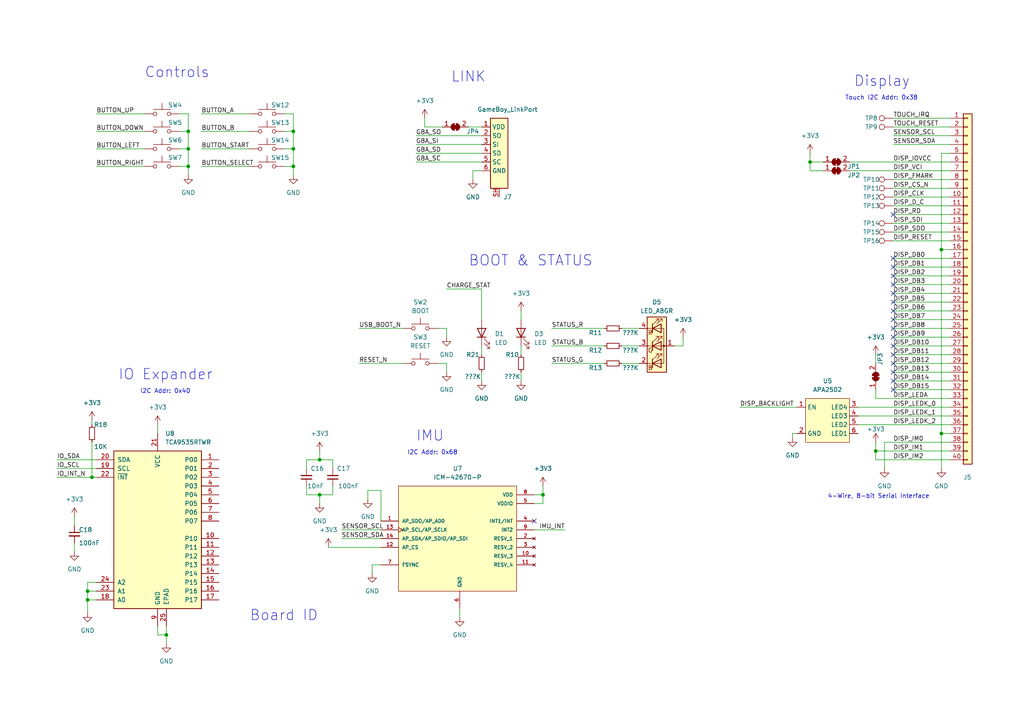
<source format=kicad_sch>
(kicad_sch (version 20230121) (generator eeschema)
  (paper "A4")
  (title_block (title "Kudzu") (rev "WIP5"))
  (lib_symbols
    (symbol "Connector:TestPoint" (pin_numbers hide) (pin_names (offset 0.762) hide)
      (property "Reference" "TP" (at 0 6.858 0))
      (property "Value" "TestPoint" (at 0 5.08 0))
      (symbol "TestPoint_0_1"
        (circle (center 0 3.302) (radius 0.762))
      )
      (symbol "TestPoint_1_1"
        (pin passive line (at 0 0 90) (length 2.54) (name "1") (number "1"))
      )
    )
    (symbol "Connector_Generic:Conn_01x02" (pin_names (offset 1.016) hide)
      (property "Reference" "J" (at 0 2.54 0))
      (property "Value" "Conn_01x02" (at 0 -5.08 0))
      (symbol "Conn_01x02_1_1"
        (rectangle (start -1.27 -2.413) (end 0 -2.667) (stroke (width 0.1524)))
        (rectangle (start -1.27 0.127) (end 0 -0.127) (stroke (width 0.1524)))
        (rectangle (start -1.27 1.27) (end 1.27 -3.81) (stroke (width 0.254)) (fill (type background)))
        (pin passive line (at -5.08 0 0) (length 3.81) (name "Pin_1") (number "1"))
        (pin passive line (at -5.08 -2.54 0) (length 3.81) (name "Pin_2") (number "2"))
      )
    )
    (symbol "Connector_Generic:Conn_01x40" (pin_names (offset 1.016) hide)
      (property "Reference" "J" (at 0 50.8 0))
      (property "Value" "Conn_01x40" (at 0 -53.34 0))
      (symbol "Conn_01x40_1_1"
        (rectangle (start -1.27 -50.673) (end 0 -50.927) (stroke (width 0.1524)))
        (rectangle (start -1.27 -48.133) (end 0 -48.387) (stroke (width 0.1524)))
        (rectangle (start -1.27 -45.593) (end 0 -45.847) (stroke (width 0.1524)))
        (rectangle (start -1.27 -43.053) (end 0 -43.307) (stroke (width 0.1524)))
        (rectangle (start -1.27 -40.513) (end 0 -40.767) (stroke (width 0.1524)))
        (rectangle (start -1.27 -37.973) (end 0 -38.227) (stroke (width 0.1524)))
        (rectangle (start -1.27 -35.433) (end 0 -35.687) (stroke (width 0.1524)))
        (rectangle (start -1.27 -32.893) (end 0 -33.147) (stroke (width 0.1524)))
        (rectangle (start -1.27 -30.353) (end 0 -30.607) (stroke (width 0.1524)))
        (rectangle (start -1.27 -27.813) (end 0 -28.067) (stroke (width 0.1524)))
        (rectangle (start -1.27 -25.273) (end 0 -25.527) (stroke (width 0.1524)))
        (rectangle (start -1.27 -22.733) (end 0 -22.987) (stroke (width 0.1524)))
        (rectangle (start -1.27 -20.193) (end 0 -20.447) (stroke (width 0.1524)))
        (rectangle (start -1.27 -17.653) (end 0 -17.907) (stroke (width 0.1524)))
        (rectangle (start -1.27 -15.113) (end 0 -15.367) (stroke (width 0.1524)))
        (rectangle (start -1.27 -12.573) (end 0 -12.827) (stroke (width 0.1524)))
        (rectangle (start -1.27 -10.033) (end 0 -10.287) (stroke (width 0.1524)))
        (rectangle (start -1.27 -7.493) (end 0 -7.747) (stroke (width 0.1524)))
        (rectangle (start -1.27 -4.953) (end 0 -5.207) (stroke (width 0.1524)))
        (rectangle (start -1.27 -2.413) (end 0 -2.667) (stroke (width 0.1524)))
        (rectangle (start -1.27 0.127) (end 0 -0.127) (stroke (width 0.1524)))
        (rectangle (start -1.27 2.667) (end 0 2.413) (stroke (width 0.1524)))
        (rectangle (start -1.27 5.207) (end 0 4.953) (stroke (width 0.1524)))
        (rectangle (start -1.27 7.747) (end 0 7.493) (stroke (width 0.1524)))
        (rectangle (start -1.27 10.287) (end 0 10.033) (stroke (width 0.1524)))
        (rectangle (start -1.27 12.827) (end 0 12.573) (stroke (width 0.1524)))
        (rectangle (start -1.27 15.367) (end 0 15.113) (stroke (width 0.1524)))
        (rectangle (start -1.27 17.907) (end 0 17.653) (stroke (width 0.1524)))
        (rectangle (start -1.27 20.447) (end 0 20.193) (stroke (width 0.1524)))
        (rectangle (start -1.27 22.987) (end 0 22.733) (stroke (width 0.1524)))
        (rectangle (start -1.27 25.527) (end 0 25.273) (stroke (width 0.1524)))
        (rectangle (start -1.27 28.067) (end 0 27.813) (stroke (width 0.1524)))
        (rectangle (start -1.27 30.607) (end 0 30.353) (stroke (width 0.1524)))
        (rectangle (start -1.27 33.147) (end 0 32.893) (stroke (width 0.1524)))
        (rectangle (start -1.27 35.687) (end 0 35.433) (stroke (width 0.1524)))
        (rectangle (start -1.27 38.227) (end 0 37.973) (stroke (width 0.1524)))
        (rectangle (start -1.27 40.767) (end 0 40.513) (stroke (width 0.1524)))
        (rectangle (start -1.27 43.307) (end 0 43.053) (stroke (width 0.1524)))
        (rectangle (start -1.27 45.847) (end 0 45.593) (stroke (width 0.1524)))
        (rectangle (start -1.27 48.387) (end 0 48.133) (stroke (width 0.1524)))
        (rectangle (start -1.27 49.53) (end 1.27 -52.07) (stroke (width 0.254)) (fill (type background)))
        (pin passive line (at -5.08 48.26 0) (length 3.81) (name "Pin_1") (number "1"))
        (pin passive line (at -5.08 25.4 0) (length 3.81) (name "Pin_10") (number "10"))
        (pin passive line (at -5.08 22.86 0) (length 3.81) (name "Pin_11") (number "11"))
        (pin passive line (at -5.08 20.32 0) (length 3.81) (name "Pin_12") (number "12"))
        (pin passive line (at -5.08 17.78 0) (length 3.81) (name "Pin_13") (number "13"))
        (pin passive line (at -5.08 15.24 0) (length 3.81) (name "Pin_14") (number "14"))
        (pin passive line (at -5.08 12.7 0) (length 3.81) (name "Pin_15") (number "15"))
        (pin passive line (at -5.08 10.16 0) (length 3.81) (name "Pin_16") (number "16"))
        (pin passive line (at -5.08 7.62 0) (length 3.81) (name "Pin_17") (number "17"))
        (pin passive line (at -5.08 5.08 0) (length 3.81) (name "Pin_18") (number "18"))
        (pin passive line (at -5.08 2.54 0) (length 3.81) (name "Pin_19") (number "19"))
        (pin passive line (at -5.08 45.72 0) (length 3.81) (name "Pin_2") (number "2"))
        (pin passive line (at -5.08 0 0) (length 3.81) (name "Pin_20") (number "20"))
        (pin passive line (at -5.08 -2.54 0) (length 3.81) (name "Pin_21") (number "21"))
        (pin passive line (at -5.08 -5.08 0) (length 3.81) (name "Pin_22") (number "22"))
        (pin passive line (at -5.08 -7.62 0) (length 3.81) (name "Pin_23") (number "23"))
        (pin passive line (at -5.08 -10.16 0) (length 3.81) (name "Pin_24") (number "24"))
        (pin passive line (at -5.08 -12.7 0) (length 3.81) (name "Pin_25") (number "25"))
        (pin passive line (at -5.08 -15.24 0) (length 3.81) (name "Pin_26") (number "26"))
        (pin passive line (at -5.08 -17.78 0) (length 3.81) (name "Pin_27") (number "27"))
        (pin passive line (at -5.08 -20.32 0) (length 3.81) (name "Pin_28") (number "28"))
        (pin passive line (at -5.08 -22.86 0) (length 3.81) (name "Pin_29") (number "29"))
        (pin passive line (at -5.08 43.18 0) (length 3.81) (name "Pin_3") (number "3"))
        (pin passive line (at -5.08 -25.4 0) (length 3.81) (name "Pin_30") (number "30"))
        (pin passive line (at -5.08 -27.94 0) (length 3.81) (name "Pin_31") (number "31"))
        (pin passive line (at -5.08 -30.48 0) (length 3.81) (name "Pin_32") (number "32"))
        (pin passive line (at -5.08 -33.02 0) (length 3.81) (name "Pin_33") (number "33"))
        (pin passive line (at -5.08 -35.56 0) (length 3.81) (name "Pin_34") (number "34"))
        (pin passive line (at -5.08 -38.1 0) (length 3.81) (name "Pin_35") (number "35"))
        (pin passive line (at -5.08 -40.64 0) (length 3.81) (name "Pin_36") (number "36"))
        (pin passive line (at -5.08 -43.18 0) (length 3.81) (name "Pin_37") (number "37"))
        (pin passive line (at -5.08 -45.72 0) (length 3.81) (name "Pin_38") (number "38"))
        (pin passive line (at -5.08 -48.26 0) (length 3.81) (name "Pin_39") (number "39"))
        (pin passive line (at -5.08 40.64 0) (length 3.81) (name "Pin_4") (number "4"))
        (pin passive line (at -5.08 -50.8 0) (length 3.81) (name "Pin_40") (number "40"))
        (pin passive line (at -5.08 38.1 0) (length 3.81) (name "Pin_5") (number "5"))
        (pin passive line (at -5.08 35.56 0) (length 3.81) (name "Pin_6") (number "6"))
        (pin passive line (at -5.08 33.02 0) (length 3.81) (name "Pin_7") (number "7"))
        (pin passive line (at -5.08 30.48 0) (length 3.81) (name "Pin_8") (number "8"))
        (pin passive line (at -5.08 27.94 0) (length 3.81) (name "Pin_9") (number "9"))
      )
    )
    (symbol "Device:C_Small" (pin_numbers hide) (pin_names (offset 0.254) hide)
      (property "Reference" "C" (at 0.254 1.778 0))
      (property "Value" "C_Small" (at 0.254 -2.032 0))
      (symbol "C_Small_0_1"
        (polyline (pts (xy -1.524 -0.508) (xy 1.524 -0.508)) (stroke (width 0.3302)))
        (polyline (pts (xy -1.524 0.508) (xy 1.524 0.508)) (stroke (width 0.3048)))
      )
      (symbol "C_Small_1_1"
        (pin passive line (at 0 2.54 270) (length 2.032) (name "~") (number "1"))
        (pin passive line (at 0 -2.54 90) (length 2.032) (name "~") (number "2"))
      )
    )
    (symbol "Device:LED" (pin_numbers hide) (pin_names (offset 1.016) hide)
      (property "Reference" "D" (at 0 2.54 0))
      (property "Value" "LED" (at 0 -2.54 0))
      (symbol "LED_0_1"
        (polyline (pts (xy -1.27 -1.27) (xy -1.27 1.27)) (stroke (width 0.254)))
        (polyline (pts (xy -1.27 0) (xy 1.27 0)))
        (polyline (pts (xy 1.27 -1.27) (xy 1.27 1.27) (xy -1.27 0) (xy 1.27 -1.27)) (stroke (width 0.254)))
        (polyline (pts (xy -3.048 -0.762) (xy -4.572 -2.286) (xy -3.81 -2.286) (xy -4.572 -2.286) (xy -4.572 -1.524)))
        (polyline (pts (xy -1.778 -0.762) (xy -3.302 -2.286) (xy -2.54 -2.286) (xy -3.302 -2.286) (xy -3.302 -1.524)))
      )
      (symbol "LED_1_1"
        (pin passive line (at -3.81 0 0) (length 2.54) (name "K") (number "1"))
        (pin passive line (at 3.81 0 180) (length 2.54) (name "A") (number "2"))
      )
    )
    (symbol "Device:LED_ABGR" (pin_names (offset 0) hide)
      (property "Reference" "D" (at 0 9.398 0))
      (property "Value" "LED_ABGR" (at 0 -8.89 0))
      (symbol "LED_ABGR_0_0"
        (text "B" (at -1.905 -6.35 0) (effects (font (size 1.27 1.27))))
        (text "G" (at -1.905 -1.27 0) (effects (font (size 1.27 1.27))))
        (text "R" (at -1.905 3.81 0) (effects (font (size 1.27 1.27))))
      )
      (symbol "LED_ABGR_0_1"
        (polyline (pts (xy -1.27 -5.08) (xy -2.54 -5.08)))
        (polyline (pts (xy -1.27 -5.08) (xy 1.27 -5.08)))
        (polyline (pts (xy -1.27 -3.81) (xy -1.27 -6.35)) (stroke (width 0.254)))
        (polyline (pts (xy -1.27 0) (xy -2.54 0)))
        (polyline (pts (xy -1.27 1.27) (xy -1.27 -1.27)) (stroke (width 0.254)))
        (polyline (pts (xy -1.27 5.08) (xy -2.54 5.08)))
        (polyline (pts (xy -1.27 5.08) (xy 1.27 5.08)))
        (polyline (pts (xy -1.27 6.35) (xy -1.27 3.81)) (stroke (width 0.254)))
        (polyline (pts (xy 1.27 0) (xy -1.27 0)))
        (polyline (pts (xy 1.27 0) (xy 2.54 0)))
        (polyline (pts (xy -1.27 1.27) (xy -1.27 -1.27) (xy -1.27 -1.27)))
        (polyline (pts (xy -1.27 6.35) (xy -1.27 3.81) (xy -1.27 3.81)))
        (polyline (pts (xy 1.27 -5.08) (xy 2.032 -5.08) (xy 2.032 5.08) (xy 1.27 5.08)))
        (polyline (pts (xy 1.27 -3.81) (xy 1.27 -6.35) (xy -1.27 -5.08) (xy 1.27 -3.81)) (stroke (width 0.254)))
        (polyline (pts (xy 1.27 1.27) (xy 1.27 -1.27) (xy -1.27 0) (xy 1.27 1.27)) (stroke (width 0.254)))
        (polyline (pts (xy 1.27 6.35) (xy 1.27 3.81) (xy -1.27 5.08) (xy 1.27 6.35)) (stroke (width 0.254)))
        (polyline (pts (xy -1.016 -3.81) (xy 0.508 -2.286) (xy -0.254 -2.286) (xy 0.508 -2.286) (xy 0.508 -3.048)))
        (polyline (pts (xy -1.016 1.27) (xy 0.508 2.794) (xy -0.254 2.794) (xy 0.508 2.794) (xy 0.508 2.032)))
        (polyline (pts (xy -1.016 6.35) (xy 0.508 7.874) (xy -0.254 7.874) (xy 0.508 7.874) (xy 0.508 7.112)))
        (polyline (pts (xy 0 -3.81) (xy 1.524 -2.286) (xy 0.762 -2.286) (xy 1.524 -2.286) (xy 1.524 -3.048)))
        (polyline (pts (xy 0 1.27) (xy 1.524 2.794) (xy 0.762 2.794) (xy 1.524 2.794) (xy 1.524 2.032)))
        (polyline (pts (xy 0 6.35) (xy 1.524 7.874) (xy 0.762 7.874) (xy 1.524 7.874) (xy 1.524 7.112)))
        (rectangle (start 1.27 -1.27) (end 1.27 1.27))
        (rectangle (start 1.27 1.27) (end 1.27 1.27))
        (rectangle (start 1.27 3.81) (end 1.27 6.35))
        (rectangle (start 1.27 6.35) (end 1.27 6.35))
        (circle (center 2.032 0) (radius 0.254) (fill (type outline)))
        (rectangle (start 2.794 8.382) (end -2.794 -7.62) (stroke (width 0.254)) (fill (type background)))
      )
      (symbol "LED_ABGR_1_1"
        (pin passive line (at 5.08 0 180) (length 2.54) (name "A") (number "1"))
        (pin passive line (at -5.08 -5.08 0) (length 2.54) (name "BK") (number "2"))
        (pin passive line (at -5.08 0 0) (length 2.54) (name "GK") (number "3"))
        (pin passive line (at -5.08 5.08 0) (length 2.54) (name "RK") (number "4"))
      )
    )
    (symbol "Device:R_Small" (pin_numbers hide) (pin_names (offset 0.254) hide)
      (property "Reference" "R" (at 0.762 0.508 0))
      (property "Value" "R_Small" (at 0.762 -1.016 0))
      (symbol "R_Small_0_1"
        (rectangle (start -0.762 1.778) (end 0.762 -1.778) (stroke (width 0.2032)))
      )
      (symbol "R_Small_1_1"
        (pin passive line (at 0 2.54 270) (length 0.762) (name "~") (number "1"))
        (pin passive line (at 0 -2.54 90) (length 0.762) (name "~") (number "2"))
      )
    )
    (symbol "Gekkio_Connector_Specialized:GameBoy_LinkPort"
      (property "Reference" "J" (at 0 13.97 0))
      (property "Value" "GameBoy_LinkPort" (at 0 11.43 0))
      (symbol "GameBoy_LinkPort_0_1"
        (rectangle (start -2.54 10.16) (end 2.54 -10.16) (stroke (width 0.254)) (fill (type background)))
      )
      (symbol "GameBoy_LinkPort_1_1"
        (pin passive line (at -5.08 7.62 0) (length 2.54) (name "VDD") (number "1"))
        (pin passive line (at -5.08 5.08 0) (length 2.54) (name "SO") (number "2"))
        (pin passive line (at -5.08 2.54 0) (length 2.54) (name "SI") (number "3"))
        (pin passive line (at -5.08 0 0) (length 2.54) (name "SD") (number "4"))
        (pin passive line (at -5.08 -2.54 0) (length 2.54) (name "SC") (number "5"))
        (pin passive line (at -5.08 -5.08 0) (length 2.54) (name "GND") (number "6"))
        (pin passive line (at 0 -12.7 90) (length 2.54) (name "~") (number "SH"))
      )
    )
    (symbol "Interface_Expansion:TCA9535RTWR" (pin_names (offset 1.016))
      (property "Reference" "U" (at -11.43 24.13 0))
      (property "Value" "TCA9535RTWR" (at 0 0 0))
      (symbol "TCA9535RTWR_0_1"
        (rectangle (start -12.7 22.86) (end 12.7 -22.86) (stroke (width 0.254)) (fill (type background)))
      )
      (symbol "TCA9535RTWR_1_1"
        (pin bidirectional line (at 17.78 20.32 180) (length 5.08) (name "P00") (number "1"))
        (pin bidirectional line (at 17.78 -2.54 180) (length 5.08) (name "P10") (number "10"))
        (pin bidirectional line (at 17.78 -5.08 180) (length 5.08) (name "P11") (number "11"))
        (pin bidirectional line (at 17.78 -7.62 180) (length 5.08) (name "P12") (number "12"))
        (pin bidirectional line (at 17.78 -10.16 180) (length 5.08) (name "P13") (number "13"))
        (pin bidirectional line (at 17.78 -12.7 180) (length 5.08) (name "P14") (number "14"))
        (pin bidirectional line (at 17.78 -15.24 180) (length 5.08) (name "P15") (number "15"))
        (pin bidirectional line (at 17.78 -17.78 180) (length 5.08) (name "P16") (number "16"))
        (pin bidirectional line (at 17.78 -20.32 180) (length 5.08) (name "P17") (number "17"))
        (pin input line (at -17.78 -20.32 0) (length 5.08) (name "A0") (number "18"))
        (pin input line (at -17.78 17.78 0) (length 5.08) (name "SCL") (number "19"))
        (pin bidirectional line (at 17.78 17.78 180) (length 5.08) (name "P01") (number "2"))
        (pin bidirectional line (at -17.78 20.32 0) (length 5.08) (name "SDA") (number "20"))
        (pin power_in line (at 0 27.94 270) (length 5.08) (name "VCC") (number "21"))
        (pin open_collector line (at -17.78 15.24 0) (length 5.08) (name "~{INT}") (number "22"))
        (pin input line (at -17.78 -17.78 0) (length 5.08) (name "A1") (number "23"))
        (pin input line (at -17.78 -15.24 0) (length 5.08) (name "A2") (number "24"))
        (pin input line (at 2.54 -27.94 90) (length 5.08) (name "EPAD") (number "25"))
        (pin bidirectional line (at 17.78 15.24 180) (length 5.08) (name "P02") (number "3"))
        (pin bidirectional line (at 17.78 12.7 180) (length 5.08) (name "P03") (number "4"))
        (pin bidirectional line (at 17.78 10.16 180) (length 5.08) (name "P04") (number "5"))
        (pin bidirectional line (at 17.78 7.62 180) (length 5.08) (name "P05") (number "6"))
        (pin bidirectional line (at 17.78 5.08 180) (length 5.08) (name "P06") (number "7"))
        (pin bidirectional line (at 17.78 2.54 180) (length 5.08) (name "P07") (number "8"))
        (pin power_in line (at 0 -27.94 90) (length 5.08) (name "GND") (number "9"))
      )
    )
    (symbol "Jumper:SolderJumper_2_Bridged" (pin_names (offset 0) hide)
      (property "Reference" "JP" (at 0 2.032 0))
      (property "Value" "SolderJumper_2_Bridged" (at 0 -2.54 0))
      (symbol "SolderJumper_2_Bridged_0_1"
        (rectangle (start -0.508 0.508) (end 0.508 -0.508) (fill (type outline)))
        (arc (start -0.254 1.016) (mid -1.2656 0) (end -0.254 -1.016))
        (arc (start -0.254 1.016) (mid -1.2656 0) (end -0.254 -1.016) (fill (type outline)))
        (polyline (pts (xy -0.254 1.016) (xy -0.254 -1.016)))
        (polyline (pts (xy 0.254 1.016) (xy 0.254 -1.016)))
        (arc (start 0.254 -1.016) (mid 1.2656 0) (end 0.254 1.016))
        (arc (start 0.254 -1.016) (mid 1.2656 0) (end 0.254 1.016) (fill (type outline)))
      )
      (symbol "SolderJumper_2_Bridged_1_1"
        (pin passive line (at -3.81 0 0) (length 2.54) (name "A") (number "1"))
        (pin passive line (at 3.81 0 180) (length 2.54) (name "B") (number "2"))
      )
    )
    (symbol "Rust_Board:ICM-42670-P" (pin_names (offset 1.016))
      (property "Reference" "U" (at 13.97 16.51 0))
      (property "Value" "ICM-42670-P" (at 2.54 -17.78 0))
      (symbol "ICM-42670-P_0_0"
        (pin bidirectional line (at -22.86 5.08 0) (length 5.08) (name "AP_SDO/AP_AD0") (number "1"))
        (pin no_connect line (at 21.59 -5.08 180) (length 5.08) (name "RESV_3") (number "10"))
        (pin no_connect line (at 21.59 -7.62 180) (length 5.08) (name "RESV_4") (number "11"))
        (pin input line (at -22.86 -2.54 0) (length 5.08) (name "AP_CS") (number "12"))
        (pin input clock (at -22.86 2.54 0) (length 5.08) (name "AP_SCL/AP_SCLK") (number "13"))
        (pin bidirectional line (at -22.86 0 0) (length 5.08) (name "AP_SDA/AP_SDIO/AP_SDI") (number "14"))
        (pin no_connect line (at 21.59 0 180) (length 5.08) (name "RESV_1") (number "2"))
        (pin no_connect line (at 21.59 -2.54 180) (length 5.08) (name "RESV_2") (number "3"))
        (pin output line (at 21.59 5.08 180) (length 5.08) (name "INT1/INT") (number "4"))
        (pin power_in line (at 21.59 10.16 180) (length 5.08) (name "VDDIO") (number "5"))
        (pin power_in line (at 0 -20.32 90) (length 5.08) (name "GND") (number "6"))
        (pin input line (at -22.86 -7.62 0) (length 5.08) (name "FSYNC") (number "7"))
        (pin power_in line (at 21.59 12.7 180) (length 5.08) (name "VDD") (number "8"))
        (pin output line (at 21.59 2.54 180) (length 5.08) (name "INT2") (number "9"))
      )
      (symbol "ICM-42670-P_1_1"
        (rectangle (start -17.78 15.24) (end 16.51 -15.24) (fill (type background)))
      )
    )
    (symbol "Switch:SW_Push" (pin_numbers hide) (pin_names (offset 1.016) hide)
      (property "Reference" "SW" (at 1.27 2.54 0))
      (property "Value" "SW_Push" (at 0 -1.524 0))
      (symbol "SW_Push_0_1"
        (circle (center -2.032 0) (radius 0.508))
        (polyline (pts (xy 0 1.27) (xy 0 3.048)))
        (polyline (pts (xy 2.54 1.27) (xy -2.54 1.27)))
        (circle (center 2.032 0) (radius 0.508))
        (pin passive line (at -5.08 0 0) (length 2.54) (name "1") (number "1"))
        (pin passive line (at 5.08 0 180) (length 2.54) (name "2") (number "2"))
      )
    )
    (symbol "kudzu-parts:AP2502"
      (property "Reference" "U" (at 0 0 0))
      (property "Value" "APA2502" (at 0 0 0))
      (symbol "AP2502_1_1"
        (rectangle (start -5.08 6.35) (end 7.62 -6.35) (fill (type background)))
        (pin input line (at -7.62 3.81 0) (length 2.54) (name "EN") (number "1"))
        (pin power_in line (at -7.62 -3.81 0) (length 2.54) (name "GND") (number "2"))
        (pin bidirectional line (at 10.16 3.81 180) (length 2.54) (name "LED4") (number "3"))
        (pin bidirectional line (at 10.16 1.27 180) (length 2.54) (name "LED3") (number "4"))
        (pin bidirectional line (at 10.16 -1.27 180) (length 2.54) (name "LED2") (number "5"))
        (pin bidirectional line (at 10.16 -3.81 180) (length 2.54) (name "LED1") (number "6"))
      )
    )
    (symbol "power:+3V3" (power) (pin_names (offset 0))
      (property "Value" "+3V3" (at 0 3.556 0))
      (symbol "+3V3_0_1"
        (polyline (pts (xy -0.762 1.27) (xy 0 2.54)))
        (polyline (pts (xy 0 0) (xy 0 2.54)))
        (polyline (pts (xy 0 2.54) (xy 0.762 1.27)))
      )
      (symbol "+3V3_1_1"
        (pin power_in line (at 0 0 90) (length 0) hide (name "+3V3") (number "1"))
      )
    )
    (symbol "power:GND" (power) (pin_names (offset 0))
      (property "Value" "GND" (at 0 -3.81 0))
      (symbol "GND_0_1"
        (polyline (pts (xy 0 0) (xy 0 -1.27) (xy 1.27 -1.27) (xy 0 -2.54) (xy -1.27 -1.27) (xy 0 -1.27)))
      )
      (symbol "GND_1_1"
        (pin power_in line (at 0 0 270) (length 0) hide (name "GND") (number "1"))
      )
    )
  )
  (junction (at 26.67 138.43))
  (junction (at 25.4 171.45))
  (junction (at 54.61 38.1))
  (junction (at 234.95 46.99))
  (junction (at 92.71 143.51))
  (junction (at 85.09 38.1))
  (junction (at 54.61 43.18))
  (junction (at 273.05 72.39))
  (junction (at 85.09 43.18))
  (junction (at 48.26 184.15))
  (junction (at 273.05 125.73))
  (junction (at 25.4 173.99))
  (junction (at 54.61 48.26))
  (junction (at 85.09 48.26))
  (junction (at 157.48 143.51))
  (junction (at 254 130.81))
  (junction (at 92.71 133.35))
  (no_connect (at 154.94 151.13))
  (no_connect (at 259.08 102.87))
  (no_connect (at 259.08 92.71))
  (no_connect (at 259.08 82.55))
  (no_connect (at 259.08 87.63))
  (no_connect (at 259.08 113.03))
  (no_connect (at 259.08 74.93))
  (no_connect (at 259.08 62.23))
  (no_connect (at 259.08 110.49))
  (no_connect (at 259.08 107.95))
  (no_connect (at 259.08 77.47))
  (no_connect (at 259.08 80.01))
  (no_connect (at 259.08 100.33))
  (no_connect (at 259.08 105.41))
  (no_connect (at 259.08 90.17))
  (no_connect (at 259.08 95.25))
  (no_connect (at 259.08 85.09))
  (no_connect (at 259.08 97.79))
  (wire (pts (xy 139.7 49.53) (xy 137.16 49.53)))
  (wire (pts (xy 259.08 97.79) (xy 275.59 97.79)))
  (wire (pts (xy 54.61 33.02) (xy 54.61 38.1)))
  (wire (pts (xy 157.48 140.97) (xy 157.48 143.51)))
  (wire (pts (xy 231.14 125.73) (xy 229.87 125.73)))
  (wire (pts (xy 110.49 151.13) (xy 110.49 142.24)))
  (wire (pts (xy 259.08 74.93) (xy 275.59 74.93)))
  (wire (pts (xy 259.08 54.61) (xy 275.59 54.61)))
  (wire (pts (xy 88.9 133.35) (xy 88.9 135.89)))
  (wire (pts (xy 259.08 39.37) (xy 275.59 39.37)))
  (wire (pts (xy 27.94 38.1) (xy 41.91 38.1)))
  (wire (pts (xy 25.4 168.91) (xy 25.4 171.45)))
  (wire (pts (xy 259.08 57.15) (xy 275.59 57.15)))
  (wire (pts (xy 248.92 118.11) (xy 275.59 118.11)))
  (wire (pts (xy 185.42 95.25) (xy 180.34 95.25)))
  (wire (pts (xy 259.08 92.71) (xy 275.59 92.71)))
  (wire (pts (xy 27.94 48.26) (xy 41.91 48.26)))
  (wire (pts (xy 259.08 105.41) (xy 275.59 105.41)))
  (wire (pts (xy 273.05 125.73) (xy 275.59 125.73)))
  (wire (pts (xy 92.71 130.81) (xy 92.71 133.35)))
  (wire (pts (xy 151.13 90.17) (xy 151.13 92.71)))
  (wire (pts (xy 154.94 153.67) (xy 163.83 153.67)))
  (wire (pts (xy 259.08 80.01) (xy 275.59 80.01)))
  (wire (pts (xy 25.4 173.99) (xy 27.94 173.99)))
  (wire (pts (xy 123.19 34.29) (xy 123.19 36.83)))
  (wire (pts (xy 273.05 44.45) (xy 273.05 72.39)))
  (wire (pts (xy 259.08 90.17) (xy 275.59 90.17)))
  (wire (pts (xy 133.35 176.53) (xy 133.35 179.07)))
  (wire (pts (xy 246.38 46.99) (xy 275.59 46.99)))
  (wire (pts (xy 273.05 44.45) (xy 275.59 44.45)))
  (wire (pts (xy 254 133.35) (xy 275.59 133.35)))
  (wire (pts (xy 58.42 43.18) (xy 72.39 43.18)))
  (wire (pts (xy 92.71 133.35) (xy 96.52 133.35)))
  (wire (pts (xy 229.87 125.73) (xy 229.87 127)))
  (wire (pts (xy 82.55 33.02) (xy 85.09 33.02)))
  (wire (pts (xy 110.49 163.83) (xy 107.95 163.83)))
  (wire (pts (xy 259.08 69.85) (xy 275.59 69.85)))
  (wire (pts (xy 120.65 39.37) (xy 139.7 39.37)))
  (wire (pts (xy 198.12 97.79) (xy 198.12 100.33)))
  (wire (pts (xy 254 113.03) (xy 254 115.57)))
  (wire (pts (xy 175.26 95.25) (xy 160.02 95.25)))
  (wire (pts (xy 95.25 158.75) (xy 110.49 158.75)))
  (wire (pts (xy 259.08 107.95) (xy 275.59 107.95)))
  (wire (pts (xy 85.09 38.1) (xy 85.09 43.18)))
  (wire (pts (xy 26.67 128.27) (xy 26.67 138.43)))
  (wire (pts (xy 273.05 72.39) (xy 275.59 72.39)))
  (wire (pts (xy 259.08 85.09) (xy 275.59 85.09)))
  (wire (pts (xy 88.9 133.35) (xy 92.71 133.35)))
  (wire (pts (xy 54.61 38.1) (xy 54.61 43.18)))
  (wire (pts (xy 259.08 59.69) (xy 275.59 59.69)))
  (wire (pts (xy 45.72 123.19) (xy 45.72 125.73)))
  (wire (pts (xy 58.42 48.26) (xy 72.39 48.26)))
  (wire (pts (xy 25.4 171.45) (xy 27.94 171.45)))
  (wire (pts (xy 259.08 64.77) (xy 275.59 64.77)))
  (wire (pts (xy 254 115.57) (xy 275.59 115.57)))
  (wire (pts (xy 54.61 48.26) (xy 54.61 50.8)))
  (wire (pts (xy 110.49 142.24) (xy 106.68 142.24)))
  (wire (pts (xy 135.89 36.83) (xy 139.7 36.83)))
  (wire (pts (xy 96.52 143.51) (xy 96.52 140.97)))
  (wire (pts (xy 120.65 44.45) (xy 139.7 44.45)))
  (wire (pts (xy 27.94 168.91) (xy 25.4 168.91)))
  (wire (pts (xy 259.08 34.29) (xy 275.59 34.29)))
  (wire (pts (xy 106.68 142.24) (xy 106.68 144.78)))
  (wire (pts (xy 254 130.81) (xy 275.59 130.81)))
  (wire (pts (xy 234.95 46.99) (xy 234.95 44.45)))
  (wire (pts (xy 99.06 153.67) (xy 110.49 153.67)))
  (wire (pts (xy 198.12 100.33) (xy 195.58 100.33)))
  (wire (pts (xy 248.92 120.65) (xy 275.59 120.65)))
  (wire (pts (xy 273.05 72.39) (xy 273.05 125.73)))
  (wire (pts (xy 129.54 95.25) (xy 129.54 97.79)))
  (wire (pts (xy 16.51 138.43) (xy 26.67 138.43)))
  (wire (pts (xy 214.63 118.11) (xy 231.14 118.11)))
  (wire (pts (xy 234.95 46.99) (xy 238.76 46.99)))
  (wire (pts (xy 259.08 110.49) (xy 275.59 110.49)))
  (wire (pts (xy 54.61 43.18) (xy 54.61 48.26)))
  (wire (pts (xy 92.71 143.51) (xy 96.52 143.51)))
  (wire (pts (xy 25.4 171.45) (xy 25.4 173.99)))
  (wire (pts (xy 25.4 173.99) (xy 25.4 177.8)))
  (wire (pts (xy 185.42 100.33) (xy 180.34 100.33)))
  (wire (pts (xy 45.72 181.61) (xy 45.72 184.15)))
  (wire (pts (xy 151.13 107.95) (xy 151.13 110.49)))
  (wire (pts (xy 175.26 105.41) (xy 160.02 105.41)))
  (wire (pts (xy 259.08 77.47) (xy 275.59 77.47)))
  (wire (pts (xy 85.09 48.26) (xy 85.09 50.8)))
  (wire (pts (xy 58.42 38.1) (xy 72.39 38.1)))
  (wire (pts (xy 92.71 143.51) (xy 88.9 143.51)))
  (wire (pts (xy 104.14 105.41) (xy 116.84 105.41)))
  (wire (pts (xy 248.92 123.19) (xy 275.59 123.19)))
  (wire (pts (xy 234.95 49.53) (xy 238.76 49.53)))
  (wire (pts (xy 259.08 102.87) (xy 275.59 102.87)))
  (wire (pts (xy 273.05 125.73) (xy 273.05 135.89)))
  (wire (pts (xy 21.59 157.48) (xy 21.59 160.02)))
  (wire (pts (xy 154.94 146.05) (xy 157.48 146.05)))
  (wire (pts (xy 139.7 100.33) (xy 139.7 102.87)))
  (wire (pts (xy 259.08 36.83) (xy 275.59 36.83)))
  (wire (pts (xy 52.07 48.26) (xy 54.61 48.26)))
  (wire (pts (xy 259.08 87.63) (xy 275.59 87.63)))
  (wire (pts (xy 139.7 92.71) (xy 139.7 83.82)))
  (wire (pts (xy 157.48 143.51) (xy 157.48 146.05)))
  (wire (pts (xy 26.67 138.43) (xy 27.94 138.43)))
  (wire (pts (xy 160.02 100.33) (xy 175.26 100.33)))
  (wire (pts (xy 259.08 113.03) (xy 275.59 113.03)))
  (wire (pts (xy 259.08 82.55) (xy 275.59 82.55)))
  (wire (pts (xy 256.54 128.27) (xy 275.59 128.27)))
  (wire (pts (xy 82.55 38.1) (xy 85.09 38.1)))
  (wire (pts (xy 58.42 33.02) (xy 72.39 33.02)))
  (wire (pts (xy 16.51 133.35) (xy 27.94 133.35)))
  (wire (pts (xy 137.16 49.53) (xy 137.16 52.07)))
  (wire (pts (xy 99.06 156.21) (xy 110.49 156.21)))
  (wire (pts (xy 26.67 121.92) (xy 26.67 123.19)))
  (wire (pts (xy 52.07 33.02) (xy 54.61 33.02)))
  (wire (pts (xy 52.07 38.1) (xy 54.61 38.1)))
  (wire (pts (xy 154.94 143.51) (xy 157.48 143.51)))
  (wire (pts (xy 45.72 184.15) (xy 48.26 184.15)))
  (wire (pts (xy 129.54 105.41) (xy 129.54 107.95)))
  (wire (pts (xy 254 128.27) (xy 254 130.81)))
  (wire (pts (xy 139.7 107.95) (xy 139.7 110.49)))
  (wire (pts (xy 151.13 100.33) (xy 151.13 102.87)))
  (wire (pts (xy 107.95 163.83) (xy 107.95 166.37)))
  (wire (pts (xy 259.08 95.25) (xy 275.59 95.25)))
  (wire (pts (xy 120.65 41.91) (xy 139.7 41.91)))
  (wire (pts (xy 16.51 135.89) (xy 27.94 135.89)))
  (wire (pts (xy 27.94 43.18) (xy 41.91 43.18)))
  (wire (pts (xy 129.54 83.82) (xy 139.7 83.82)))
  (wire (pts (xy 185.42 105.41) (xy 180.34 105.41)))
  (wire (pts (xy 256.54 128.27) (xy 256.54 135.89)))
  (wire (pts (xy 21.59 149.86) (xy 21.59 152.4)))
  (wire (pts (xy 127 95.25) (xy 129.54 95.25)))
  (wire (pts (xy 52.07 43.18) (xy 54.61 43.18)))
  (wire (pts (xy 254 102.87) (xy 254 105.41)))
  (wire (pts (xy 127 105.41) (xy 129.54 105.41)))
  (wire (pts (xy 85.09 33.02) (xy 85.09 38.1)))
  (wire (pts (xy 259.08 41.91) (xy 275.59 41.91)))
  (wire (pts (xy 259.08 52.07) (xy 275.59 52.07)))
  (wire (pts (xy 259.08 67.31) (xy 275.59 67.31)))
  (wire (pts (xy 128.27 36.83) (xy 123.19 36.83)))
  (wire (pts (xy 254 133.35) (xy 254 130.81)))
  (wire (pts (xy 104.14 95.25) (xy 116.84 95.25)))
  (wire (pts (xy 246.38 49.53) (xy 275.59 49.53)))
  (wire (pts (xy 259.08 100.33) (xy 275.59 100.33)))
  (wire (pts (xy 82.55 48.26) (xy 85.09 48.26)))
  (wire (pts (xy 259.08 62.23) (xy 275.59 62.23)))
  (wire (pts (xy 92.71 143.51) (xy 92.71 146.05)))
  (wire (pts (xy 234.95 49.53) (xy 234.95 46.99)))
  (wire (pts (xy 96.52 133.35) (xy 96.52 135.89)))
  (wire (pts (xy 120.65 46.99) (xy 139.7 46.99)))
  (wire (pts (xy 82.55 43.18) (xy 85.09 43.18)))
  (wire (pts (xy 85.09 43.18) (xy 85.09 48.26)))
  (wire (pts (xy 48.26 181.61) (xy 48.26 184.15)))
  (wire (pts (xy 88.9 143.51) (xy 88.9 140.97)))
  (wire (pts (xy 48.26 184.15) (xy 48.26 186.69)))
  (wire (pts (xy 27.94 33.02) (xy 41.91 33.02)))
  (text "I2C Addr: 0x68" (at 118.11 132.08 0) (effects (font (size 1.27 1.27)) (justify left bottom)))
  (text "4-Wire, 8-bit Serial Interface" (at 240.03 144.78 0) (effects (font (size 1.27 1.27)) (justify left bottom)))
  (text "SPEAKER\n" (at 177.8 -40.64 0) (effects (font (size 3 3)) (justify left bottom)))
  (text "Display\n" (at 247.65 25.4 0) (effects (font (size 3 3)) (justify left bottom)))
  (text "Board ID" (at 72.39 180.34 0) (effects (font (size 3 3)) (justify left bottom)))
  (text "Touch I2C Addr: 0x38" (at 245.11 29.21 0) (effects (font (size 1.27 1.27)) (justify left bottom)))
  (text "IMU" (at 120.65 128.27 0) (effects (font (size 3 3)) (justify left bottom)))
  (text "Controls\n" (at 41.91 22.86 0) (effects (font (size 3 3)) (justify left bottom)))
  (text "IO Expander\n" (at 34.29 110.49 0) (effects (font (size 3 3)) (justify left bottom)))
  (text "LINK" (at 130.81 24.13 0) (effects (font (size 3 3)) (justify left bottom)))
  (text "BOOT & STATUS" (at 135.89 77.47 0) (effects (font (size 3 3)) (justify left bottom)))
  (text "I2C Addr: 0x40\n" (at 40.64 114.3 0) (effects (font (size 1.27 1.27)) (justify left bottom)))
  (label "DISP_DB4" (at 259.08 85.09 0))
  (label "STATUS_G" (at 160.02 105.41 0))
  (label "DISP_CS_N" (at 259.08 54.61 0))
  (label "BUTTON_A" (at 58.42 33.02 0))
  (label "BUTTON_UP" (at 27.94 33.02 0))
  (label "DISP_RD" (at 259.08 62.23 0))
  (label "DISP_IOVCC" (at 259.08 46.99 0))
  (label "DISP_LEDA" (at 259.08 115.57 0))
  (label "IO_SCL" (at 16.51 135.89 0))
  (label "DISP_DB12" (at 259.08 105.41 0))
  (label "GBA_SD" (at 120.65 44.45 0))
  (label "DISP_DB3" (at 259.08 82.55 0))
  (label "BUTTON_LEFT" (at 27.94 43.18 0))
  (label "DISP_SDI" (at 259.08 64.77 0))
  (label "DISP_CLK" (at 259.08 57.15 0))
  (label "DISP_DB7" (at 259.08 92.71 0))
  (label "BUTTON_SELECT" (at 58.42 48.26 0))
  (label "DISP_VCI" (at 259.08 49.53 0))
  (label "GBA_SC" (at 120.65 46.99 0))
  (label "DISP_DB9" (at 259.08 97.79 0))
  (label "SENSOR_SDA" (at 259.08 41.91 0))
  (label "DISP_DB14" (at 259.08 110.49 0))
  (label "DISP_DB10" (at 259.08 100.33 0))
  (label "DISP_DB6" (at 259.08 90.17 0))
  (label "DISP_DB13" (at 259.08 107.95 0))
  (label "DISP_IM0" (at 259.08 128.27 0))
  (label "DISP_D_C" (at 259.08 59.69 0))
  (label "DISP_DB1" (at 259.08 77.47 0))
  (label "BUTTON_DOWN" (at 27.94 38.1 0))
  (label "DISP_LEDK_0" (at 259.08 118.11 0))
  (label "SENSOR_SDA" (at 99.06 156.21 0))
  (label "SENSOR_SCL" (at 99.06 153.67 0))
  (label "DISP_RESET" (at 259.08 69.85 0))
  (label "DISP_IM2" (at 259.08 133.35 0))
  (label "IO_INT_N" (at 16.51 138.43 0))
  (label "GBA_SI" (at 120.65 41.91 0))
  (label "DISP_DB2" (at 259.08 80.01 0))
  (label "DISP_DB8" (at 259.08 95.25 0))
  (label "DISP_BACKLIGHT" (at 214.63 118.11 0))
  (label "RESET_N" (at 104.14 105.41 0))
  (label "TOUCH_RESET" (at 259.08 36.83 0))
  (label "TOUCH_IRQ" (at 259.08 34.29 0))
  (label "DISP_DB15" (at 259.08 113.03 0))
  (label "GBA_SO" (at 120.65 39.37 0))
  (label "DISP_DB5" (at 259.08 87.63 0))
  (label "DISP_LEDK_1" (at 259.08 120.65 0))
  (label "USB_BOOT_N" (at 104.14 95.25 0))
  (label "STATUS_R" (at 160.02 95.25 0))
  (label "IO_SDA" (at 16.51 133.35 0))
  (label "SENSOR_SCL" (at 259.08 39.37 0))
  (label "DISP_LEDK_2" (at 259.08 123.19 0))
  (label "DISP_SDO" (at 259.08 67.31 0))
  (label "DISP_FMARK" (at 259.08 52.07 0))
  (label "DISP_IM1" (at 259.08 130.81 0))
  (label "BUTTON_START" (at 58.42 43.18 0))
  (label "DISP_DB11" (at 259.08 102.87 0))
  (label "BUTTON_RIGHT" (at 27.94 48.26 0))
  (label "IMU_INT" (at 163.83 153.67 180))
  (label "STATUS_B" (at 160.02 100.33 0))
  (label "BUTTON_B" (at 58.42 38.1 0))
  (label "DISP_DB0" (at 259.08 74.93 0))
  (label "CHARGE_STAT" (at 129.54 83.82 0))
  (symbol (lib_id "power:GND") (at 256.54 135.89 0) (unit 1)
    (property "Reference" "#PWR043" (effects hide))
    (property "Value" "GND" (at 256.54 140.97 0))
    (instances (project "kudzu" (path "" (reference "#PWR043") (unit 1)) (path "" (reference "#PWR075") (unit 1))))
  )
  (symbol (lib_id "Connector:TestPoint") (at 259.08 59.69 90) (unit 1)
    (property "Reference" "TP13" (at 252.73 59.69 90))
    (property "Value" "RUN" (effects hide))
  )
  (symbol (lib_id "Switch:SW_Push") (at 121.92 95.25 0) (unit 1)
    (property "Reference" "SW2" (at 121.92 87.63 0))
    (property "Value" "BOOT" (at 121.92 90.17 0))
  )
  (symbol (lib_id "Rust_Board:ICM-42670-P") (at 133.35 156.21 0) (unit 1)
    (property "Reference" "U7" (at 132.715 135.89 0))
    (property "Value" "ICM-42670-P" (at 132.715 138.43 0))
    (property "Footprint" "IC_ICM-42670-P" (effects hide))
    (property "MAXIMUM_PACKAGE_HEIGHT" "0.81mm" (effects hide))
    (property "MANUFACTURER" "TDK InvenSense" (effects hide))
    (property "PARTREV" "1.0" (effects hide))
    (property "STANDARD" "Manufacturer Recommendations" (effects hide))
  )
  (symbol (lib_id "power:+3V3") (at 151.13 90.17 0) (unit 1)
    (property "Reference" "#PWR054" (effects hide))
    (property "Value" "+3V3" (at 151.13 85.09 0))
    (instances (project "kudzu" (path "" (reference "#PWR054") (unit 1)) (path "" (reference "#PWR063") (unit 1))))
  )
  (symbol (lib_id "Interface_Expansion:TCA9535RTWR") (at 45.72 153.67 0) (unit 1)
    (property "Reference" "U8" (at 47.9141 125.73 0) (effects (justify left)))
    (property "Value" "TCA9535RTWR" (at 47.9141 128.27 0) (effects (justify left)))
    (property "Footprint" "Package_DFN_QFN:WQFN-24-1EP_4x4mm_P0.5mm_EP2.45x2.45mm" (effects hide))
    (property "Datasheet" "http://www.ti.com/lit/ds/symlink/tca9535.pdf" (effects hide))
    (instances (project "kudzu" (path "" (reference "U8") (unit 1)) (path "" (reference "U5") (unit 1))))
  )
  (symbol (lib_id "Connector:TestPoint") (at 259.08 52.07 90) (unit 1)
    (property "Reference" "TP10" (at 252.73 52.07 90))
    (property "Value" "RUN" (effects hide))
  )
  (symbol (lib_id "Switch:SW_Push") (at 77.47 48.26 0) (unit 1)
    (property "Reference" "SW15" (at 81.28 45.72 0))
    (property "Value" "SELECT" (effects hide))
    (instances (project "kudzu" (path "" (reference "SW15") (unit 1)) (path "" (reference "SW11") (unit 1))))
  )
  (symbol (lib_id "power:+3V3") (at 254 102.87 0) (unit 1)
    (property "Reference" "#PWR041" (effects hide))
    (property "Value" "+3V3" (at 254 97.79 0))
    (instances (project "kudzu" (path "" (reference "#PWR041") (unit 1)) (path "" (reference "#PWR073") (unit 1))))
  )
  (symbol (lib_id "Switch:SW_Push") (at 77.47 38.1 0) (unit 1)
    (property "Reference" "SW13" (at 81.28 35.56 0))
    (property "Value" "B" (effects hide))
    (instances (project "kudzu" (path "" (reference "SW13") (unit 1)) (path "" (reference "SW9") (unit 1))))
  )
  (symbol (lib_id "Jumper:SolderJumper_2_Bridged") (at 242.57 49.53 0) (unit 1)
    (property "Reference" "JP2" (at 247.65 50.8 0))
    (property "Value" "SolderJumper_2_Bridged" (effects hide))
    (instances (project "kudzu" (path "" (reference "JP2") (unit 1)) (path "" (reference "JP3") (unit 1))))
  )
  (symbol (lib_id "power:+3V3") (at 198.12 97.79 0) (unit 1)
    (property "Reference" "#PWR055" (effects hide))
    (property "Value" "+3V3" (at 198.12 92.71 0))
    (instances (project "kudzu" (path "" (reference "#PWR055") (unit 1)) (path "" (reference "#PWR070") (unit 1))))
  )
  (symbol (lib_id "power:GND") (at 54.61 50.8 0) (unit 1)
    (property "Reference" "#PWR063" (effects hide))
    (property "Value" "GND" (at 54.61 55.88 0))
    (instances (project "kudzu" (path "" (reference "#PWR063") (unit 1)) (path "" (reference "#PWR065") (unit 1))))
  )
  (symbol (lib_id "Device:R_Small") (at 177.8 100.33 90) (unit 1)
    (property "Reference" "R12" (at 172.72 101.6 90))
    (property "Value" "???K" (at 182.88 101.6 90))
    (instances (project "kudzu" (path "" (reference "R12") (unit 1)) (path "" (reference "R18") (unit 1))))
  )
  (symbol (lib_id "power:GND") (at 85.09 50.8 0) (unit 1)
    (property "Reference" "#PWR076" (effects hide))
    (property "Value" "GND" (at 85.09 55.88 0))
    (instances (project "kudzu" (path "" (reference "#PWR076") (unit 1)) (path "" (reference "#PWR068") (unit 1))))
  )
  (symbol (lib_id "power:+3V3") (at 157.48 140.97 0) (unit 1)
    (property "Reference" "#PWR061" (effects hide))
    (property "Value" "+3V3" (at 157.48 135.89 0))
    (instances (project "kudzu" (path "" (reference "#PWR061") (unit 1)) (path "" (reference "#PWR069") (unit 1))))
  )
  (symbol (lib_id "power:+3V3") (at 21.59 149.86 0) (unit 1)
    (property "Reference" "#PWR074" (effects hide))
    (property "Value" "+3V3" (at 21.59 144.78 0))
    (instances (project "kudzu" (path "" (reference "#PWR074") (unit 1)) (path "" (reference "#PWR031") (unit 1))))
  )
  (symbol (lib_id "power:GND") (at 129.54 97.79 0) (unit 1)
    (property "Reference" "#PWR052" (effects hide))
    (property "Value" "GND" (at 129.54 102.87 0))
    (instances (project "kudzu" (path "" (reference "#PWR052") (unit 1)) (path "" (reference "#PWR054") (unit 1))))
  )
  (symbol (lib_id "Connector:TestPoint") (at 259.08 34.29 90) (unit 1)
    (property "Reference" "TP8" (at 252.73 34.29 90))
    (property "Value" "RUN" (effects hide))
  )
  (symbol (lib_id "power:+3V3") (at 234.95 44.45 0) (unit 1)
    (property "Reference" "#PWR038" (effects hide))
    (property "Value" "+3V3" (at 234.95 39.37 0))
    (instances (project "kudzu" (path "" (reference "#PWR038") (unit 1)) (path "" (reference "#PWR072") (unit 1))))
  )
  (symbol (lib_id "Connector:TestPoint") (at 259.08 54.61 90) (unit 1)
    (property "Reference" "TP11" (at 252.73 54.61 90))
    (property "Value" "RUN" (effects hide))
  )
  (symbol (lib_id "power:+3V3") (at 92.71 130.81 0) (unit 1)
    (property "Reference" "#PWR062" (effects hide))
    (property "Value" "+3V3" (at 92.71 125.73 0))
    (instances (project "kudzu" (path "" (reference "#PWR062") (unit 1)) (path "" (reference "#PWR052") (unit 1))))
  )
  (symbol (lib_id "power:GND") (at 151.13 110.49 0) (unit 1)
    (property "Reference" "#PWR053" (effects hide))
    (property "Value" "GND" (at 151.13 115.57 0))
    (instances (project "kudzu" (path "" (reference "#PWR053") (unit 1)) (path "" (reference "#PWR064") (unit 1))))
  )
  (symbol (lib_id "power:GND") (at 48.26 186.69 0) (unit 1)
    (property "Reference" "#PWR069" (effects hide))
    (property "Value" "GND" (at 48.26 191.77 0))
    (instances (project "kudzu" (path "" (reference "#PWR069") (unit 1)) (path "" (reference "#PWR051") (unit 1))))
  )
  (symbol (lib_id "Connector_Generic:Conn_01x02") (at 187.96 -33.02 0) (unit 1)
    (property "Reference" "J8" (at 190.5 -33.02 0) (effects (justify left)))
    (property "Value" "Conn_01x02" (effects hide))
    (instances (project "kudzu" (path "" (reference "J8") (unit 1)) (path "" (reference "J5") (unit 1))))
  )
  (symbol (lib_id "Device:R_Small") (at 26.67 125.73 180) (unit 1)
    (property "Reference" "R18" (at 29.21 123.19 0))
    (property "Value" "10K" (at 29.21 129.54 0))
    (instances (project "kudzu" (path "" (reference "R18") (unit 1)) (path "" (reference "R10") (unit 1))))
  )
  (symbol (lib_id "Device:R_Small") (at 177.8 95.25 90) (unit 1)
    (property "Reference" "R11" (at 172.72 96.52 90))
    (property "Value" "???K" (at 182.88 96.52 90))
    (instances (project "kudzu" (path "" (reference "R11") (unit 1)) (path "" (reference "R13") (unit 1))))
  )
  (symbol (lib_id "power:GND") (at 133.35 179.07 0) (unit 1)
    (property "Reference" "#PWR066" (effects hide))
    (property "Value" "GND" (at 133.35 184.15 0))
  )
  (symbol (lib_id "Switch:SW_Push") (at 46.99 38.1 0) (unit 1)
    (property "Reference" "SW5" (at 50.8 35.56 0))
    (property "Value" "DOWN" (effects hide))
  )
  (symbol (lib_id "Switch:SW_Push") (at 46.99 43.18 0) (unit 1)
    (property "Reference" "SW6" (at 50.8 40.64 0))
    (property "Value" "LEFT" (effects hide))
  )
  (symbol (lib_id "kudzu-parts:AP2502") (at 238.76 121.92 0) (unit 1)
    (property "Reference" "U5" (at 240.03 110.49 0))
    (property "Value" "APA2502" (at 240.03 113.03 0))
    (instances (project "kudzu" (path "" (reference "U5") (unit 1)) (path "" (reference "U8") (unit 1))))
  )
  (symbol (lib_id "power:+3V3") (at 95.25 158.75 0) (unit 1)
    (property "Reference" "#PWR064" (effects hide))
    (property "Value" "+3V3" (at 95.25 153.67 0))
    (instances (project "kudzu" (path "" (reference "#PWR064") (unit 1)) (path "" (reference "#PWR057") (unit 1))))
  )
  (symbol (lib_id "Connector_Generic:Conn_01x40") (at 280.67 82.55 0) (unit 1)
    (property "Reference" "J5" (at 279.4 138.43 0) (effects (justify left)))
    (property "Value" "Conn_01x40" (effects hide))
    (instances (project "kudzu" (path "" (reference "J5") (unit 1)) (path "" (reference "J8") (unit 1))))
  )
  (symbol (lib_id "power:+3V3") (at 123.19 34.29 0) (unit 1)
    (property "Reference" "#PWR058" (effects hide))
    (property "Value" "+3V3" (at 123.19 29.21 0))
    (instances (project "kudzu" (path "" (reference "#PWR058") (unit 1)) (path "" (reference "#PWR041") (unit 1))))
  )
  (symbol (lib_id "Device:R_Small") (at 139.7 105.41 180) (unit 1)
    (property "Reference" "R21" (at 137.16 102.87 0))
    (property "Value" "???K" (at 137.16 109.22 0))
    (instances (project "kudzu" (path "" (reference "R21") (unit 1)) (path "" (reference "R11") (unit 1))))
  )
  (symbol (lib_id "power:+3V3") (at 254 128.27 0) (unit 1)
    (property "Reference" "#PWR042" (effects hide))
    (property "Value" "+3V3" (at 254 124.46 0))
    (instances (project "kudzu" (path "" (reference "#PWR042") (unit 1)) (path "" (reference "#PWR074") (unit 1))))
  )
  (symbol (lib_id "Connector:TestPoint") (at 259.08 64.77 90) (unit 1)
    (property "Reference" "TP14" (at 252.73 64.77 90))
    (property "Value" "RUN" (effects hide))
  )
  (symbol (lib_id "Device:LED_ABGR") (at 190.5 100.33 0) (unit 1)
    (property "Reference" "D5" (at 190.5 87.63 0))
    (property "Value" "LED_ABGR" (at 190.5 90.17 0))
    (property "DigiKey PN" "UHD1110-FKA-CL1A13R3Q1BBQFMF3CT-ND" (effects hide))
    (instances (project "kudzu" (path "" (reference "D5") (unit 1)) (path "" (reference "D4") (unit 1))))
  )
  (symbol (lib_id "Jumper:SolderJumper_2_Bridged") (at 242.57 46.99 0) (unit 1)
    (property "Reference" "JP1" (at 247.65 48.26 0))
    (property "Value" "SolderJumper_2_Bridged" (effects hide))
    (instances (project "kudzu" (path "" (reference "JP1") (unit 1)) (path "" (reference "JP2") (unit 1))))
  )
  (symbol (lib_id "Device:R_Small") (at 177.8 105.41 90) (unit 1)
    (property "Reference" "R13" (at 172.72 106.68 90))
    (property "Value" "???K" (at 182.88 106.68 90))
    (instances (project "kudzu" (path "" (reference "R13") (unit 1)) (path "" (reference "R21") (unit 1))))
  )
  (symbol (lib_id "Device:C_Small") (at 88.9 138.43 180) (unit 1)
    (property "Reference" "C16" (at 93.98 135.89 0) (effects (justify left)))
    (property "Value" "10nF" (at 93.98 140.97 0) (effects (justify left)))
    (instances (project "kudzu" (path "" (reference "C16") (unit 1)) (path "" (reference "C17") (unit 1))))
  )
  (symbol (lib_id "power:+3V3") (at 45.72 123.19 0) (unit 1)
    (property "Reference" "#PWR068" (effects hide))
    (property "Value" "+3V3" (at 45.72 118.11 0))
    (instances (project "kudzu" (path "" (reference "#PWR068") (unit 1)) (path "" (reference "#PWR046") (unit 1))))
  )
  (symbol (lib_id "Connector:TestPoint") (at 259.08 36.83 90) (unit 1)
    (property "Reference" "TP9" (at 252.73 36.83 90))
    (property "Value" "RUN" (effects hide))
  )
  (symbol (lib_id "power:GND") (at 92.71 146.05 0) (unit 1)
    (property "Reference" "#PWR072" (effects hide))
    (property "Value" "GND" (at 92.71 151.13 0))
    (instances (project "kudzu" (path "" (reference "#PWR072") (unit 1)) (path "" (reference "#PWR053") (unit 1))))
  )
  (symbol (lib_id "power:GND") (at 25.4 177.8 0) (unit 1)
    (property "Reference" "#PWR071" (effects hide))
    (property "Value" "GND" (at 25.4 182.88 0))
    (instances (project "kudzu" (path "" (reference "#PWR071") (unit 1)) (path "" (reference "#PWR038") (unit 1))))
  )
  (symbol (lib_id "Device:LED") (at 151.13 96.52 90) (unit 1)
    (property "Reference" "D3" (at 154.94 96.8375 90) (effects (justify right)))
    (property "Value" "LED" (at 154.94 99.3775 90) (effects (justify right)))
  )
  (symbol (lib_id "power:GND") (at 137.16 52.07 0) (unit 1)
    (property "Reference" "#PWR057" (effects hide))
    (property "Value" "GND" (at 137.16 57.15 0))
    (instances (project "kudzu" (path "" (reference "#PWR057") (unit 1)) (path "" (reference "#PWR043") (unit 1))))
  )
  (symbol (lib_id "Connector:TestPoint") (at 259.08 69.85 90) (unit 1)
    (property "Reference" "TP16" (at 252.73 69.85 90))
    (property "Value" "RUN" (effects hide))
  )
  (symbol (lib_id "power:GND") (at 129.54 107.95 0) (unit 1)
    (property "Reference" "#PWR051" (effects hide))
    (property "Value" "GND" (at 129.54 113.03 0))
    (instances (project "kudzu" (path "" (reference "#PWR051") (unit 1)) (path "" (reference "#PWR055") (unit 1))))
  )
  (symbol (lib_id "Device:C_Small") (at 21.59 154.94 0) (unit 1)
    (property "Reference" "C18" (at 22.86 153.67 0) (effects (justify left)))
    (property "Value" "100nF" (at 22.86 157.48 0) (effects (justify left)))
    (instances (project "kudzu" (path "" (reference "C18") (unit 1)) (path "" (reference "C16") (unit 1))))
  )
  (symbol (lib_id "Switch:SW_Push") (at 46.99 48.26 0) (unit 1)
    (property "Reference" "SW7" (at 50.8 45.72 0))
    (property "Value" "RIGHT" (effects hide))
  )
  (symbol (lib_id "Jumper:SolderJumper_2_Bridged") (at 254 109.22 90) (unit 1)
    (property "Reference" "JP3" (at 255.27 104.14 0))
    (property "Value" "SolderJumper_2_Bridged" (effects hide))
    (instances (project "kudzu" (path "" (reference "JP3") (unit 1)) (path "" (reference "JP4") (unit 1))))
  )
  (symbol (lib_id "power:GND") (at 21.59 160.02 0) (unit 1)
    (property "Reference" "#PWR070" (effects hide))
    (property "Value" "GND" (at 21.59 165.1 0))
    (instances (project "kudzu" (path "" (reference "#PWR070") (unit 1)) (path "" (reference "#PWR037") (unit 1))))
  )
  (symbol (lib_id "power:GND") (at 106.68 144.78 0) (unit 1)
    (property "Reference" "#PWR075" (effects hide))
    (property "Value" "GND" (at 106.68 149.86 0))
    (instances (project "kudzu" (path "" (reference "#PWR075") (unit 1)) (path "" (reference "#PWR061") (unit 1))))
  )
  (symbol (lib_id "Switch:SW_Push") (at 77.47 33.02 0) (unit 1)
    (property "Reference" "SW12" (at 81.28 30.48 0))
    (property "Value" "A" (effects hide))
    (instances (project "kudzu" (path "" (reference "SW12") (unit 1)) (path "" (reference "SW8") (unit 1))))
  )
  (symbol (lib_id "Switch:SW_Push") (at 46.99 33.02 0) (unit 1)
    (property "Reference" "SW4" (at 50.8 30.48 0))
    (property "Value" "UP" (effects hide))
  )
  (symbol (lib_id "Device:R_Small") (at 151.13 105.41 180) (unit 1)
    (property "Reference" "R10" (at 148.59 102.87 0))
    (property "Value" "???K" (at 148.59 109.22 0))
    (instances (project "kudzu" (path "" (reference "R10") (unit 1)) (path "" (reference "R12") (unit 1))))
  )
  (symbol (lib_id "power:+3V3") (at 26.67 121.92 0) (unit 1)
    (property "Reference" "#PWR073" (effects hide))
    (property "Value" "+3V3" (at 26.67 116.84 0))
    (instances (project "kudzu" (path "" (reference "#PWR073") (unit 1)) (path "" (reference "#PWR042") (unit 1))))
  )
  (symbol (lib_id "Switch:SW_Push") (at 77.47 43.18 0) (unit 1)
    (property "Reference" "SW14" (at 81.28 40.64 0))
    (property "Value" "START" (effects hide))
    (instances (project "kudzu" (path "" (reference "SW14") (unit 1)) (path "" (reference "SW10") (unit 1))))
  )
  (symbol (lib_id "Gekkio_Connector_Specialized:GameBoy_LinkPort") (at 144.78 44.45 0) (unit 1)
    (property "Reference" "J7" (at 146.05 57.15 0) (effects (justify left)))
    (property "Value" "GameBoy_LinkPort" (at 138.43 31.75 0) (effects (justify left)))
  )
  (symbol (lib_id "power:GND") (at 107.95 166.37 0) (unit 1)
    (property "Reference" "#PWR065" (effects hide))
    (property "Value" "GND" (at 107.95 171.45 0))
    (instances (project "kudzu" (path "" (reference "#PWR065") (unit 1)) (path "" (reference "#PWR062") (unit 1))))
  )
  (symbol (lib_id "Device:C_Small") (at 96.52 138.43 180) (unit 1)
    (property "Reference" "C17" (at 101.6 135.89 0) (effects (justify left)))
    (property "Value" "100nF" (at 104.14 140.97 0) (effects (justify left)))
    (instances (project "kudzu" (path "" (reference "C17") (unit 1)) (path "" (reference "C18") (unit 1))))
  )
  (symbol (lib_id "power:GND") (at 229.87 127 0) (unit 1)
    (property "Reference" "#PWR037" (effects hide))
    (property "Value" "GND" (at 229.87 132.08 0))
    (instances (project "kudzu" (path "" (reference "#PWR037") (unit 1)) (path "" (reference "#PWR071") (unit 1))))
  )
  (symbol (lib_id "Device:LED") (at 139.7 96.52 90) (unit 1)
    (property "Reference" "D1" (at 143.51 96.8375 90) (effects (justify right)))
    (property "Value" "LED" (at 143.51 99.3775 90) (effects (justify right)))
  )
  (symbol (lib_id "Connector:TestPoint") (at 259.08 67.31 90) (unit 1)
    (property "Reference" "TP15" (at 252.73 67.31 90))
    (property "Value" "RUN" (effects hide))
  )
  (symbol (lib_id "Switch:SW_Push") (at 121.92 105.41 0) (unit 1)
    (property "Reference" "SW3" (at 121.92 97.79 0))
    (property "Value" "RESET" (at 121.92 100.33 0))
  )
  (symbol (lib_id "power:GND") (at 273.05 135.89 0) (unit 1)
    (property "Reference" "#PWR046" (effects hide))
    (property "Value" "GND" (at 273.05 140.97 0))
    (instances (project "kudzu" (path "" (reference "#PWR046") (unit 1)) (path "" (reference "#PWR076") (unit 1))))
  )
  (symbol (lib_id "Jumper:SolderJumper_2_Bridged") (at 132.08 36.83 0) (unit 1)
    (property "Reference" "JP4" (at 137.16 38.1 0))
    (property "Value" "SolderJumper_2_Bridged" (effects hide))
    (instances (project "kudzu" (path "" (reference "JP4") (unit 1)) (path "" (reference "JP1") (unit 1))))
  )
  (symbol (lib_id "power:GND") (at 139.7 110.49 0) (unit 1)
    (property "Reference" "#PWR031" (effects hide))
    (property "Value" "GND" (at 139.7 115.57 0))
    (instances (project "kudzu" (path "" (reference "#PWR031") (unit 1)) (path "" (reference "#PWR058") (unit 1))))
  )
  (symbol (lib_id "Connector:TestPoint") (at 259.08 57.15 90) (unit 1)
    (property "Reference" "TP12" (at 252.73 57.15 90))
    (property "Value" "RUN" (effects hide))
  )
)
</source>
